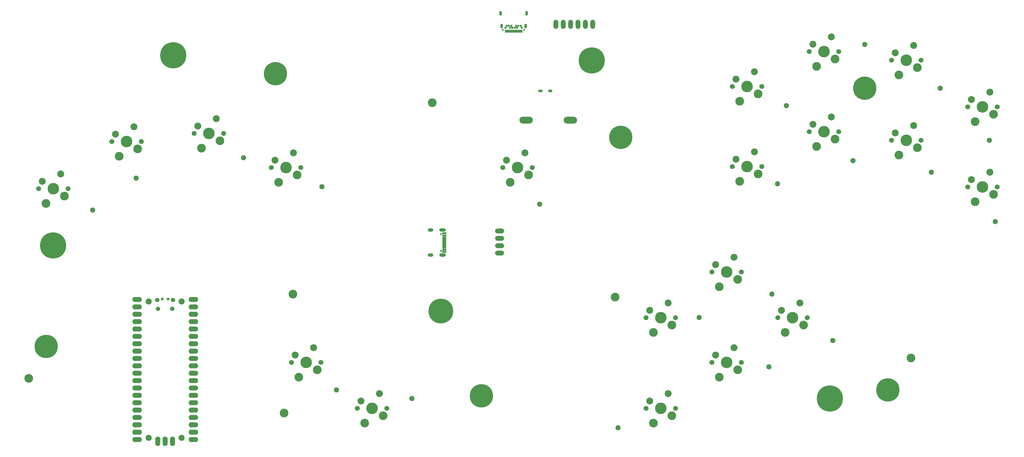
<source format=gbr>
%TF.GenerationSoftware,KiCad,Pcbnew,(6.0.5)*%
%TF.CreationDate,2022-06-18T14:01:59-07:00*%
%TF.ProjectId,OF1 v1,4f463120-7631-42e6-9b69-6361645f7063,rev?*%
%TF.SameCoordinates,Original*%
%TF.FileFunction,Soldermask,Top*%
%TF.FilePolarity,Negative*%
%FSLAX46Y46*%
G04 Gerber Fmt 4.6, Leading zero omitted, Abs format (unit mm)*
G04 Created by KiCad (PCBNEW (6.0.5)) date 2022-06-18 14:01:59*
%MOMM*%
%LPD*%
G01*
G04 APERTURE LIST*
G04 Aperture macros list*
%AMRoundRect*
0 Rectangle with rounded corners*
0 $1 Rounding radius*
0 $2 $3 $4 $5 $6 $7 $8 $9 X,Y pos of 4 corners*
0 Add a 4 corners polygon primitive as box body*
4,1,4,$2,$3,$4,$5,$6,$7,$8,$9,$2,$3,0*
0 Add four circle primitives for the rounded corners*
1,1,$1+$1,$2,$3*
1,1,$1+$1,$4,$5*
1,1,$1+$1,$6,$7*
1,1,$1+$1,$8,$9*
0 Add four rect primitives between the rounded corners*
20,1,$1+$1,$2,$3,$4,$5,0*
20,1,$1+$1,$4,$5,$6,$7,0*
20,1,$1+$1,$6,$7,$8,$9,0*
20,1,$1+$1,$8,$9,$2,$3,0*%
%AMFreePoly0*
4,1,17,0.425901,0.806901,0.806901,0.425901,0.825500,0.381000,0.825500,-0.381000,0.806901,-0.425901,0.425901,-0.806901,0.381000,-0.825500,-0.381000,-0.825500,-0.425901,-0.806901,-0.806901,-0.425901,-0.825500,-0.381000,-0.825500,0.381000,-0.806901,0.425901,-0.425901,0.806901,-0.381000,0.825500,0.381000,0.825500,0.425901,0.806901,0.425901,0.806901,$1*%
G04 Aperture macros list end*
%ADD10O,4.622800X2.374900*%
%ADD11C,0.650000*%
%ADD12O,2.227000X1.127000*%
%ADD13O,1.927000X1.127000*%
%ADD14RoundRect,0.063500X-0.620000X0.300000X-0.620000X-0.300000X0.620000X-0.300000X0.620000X0.300000X0*%
%ADD15RoundRect,0.063500X-0.620000X0.150000X-0.620000X-0.150000X0.620000X-0.150000X0.620000X0.150000X0*%
%ADD16RoundRect,0.063500X-0.150000X-0.450000X0.150000X-0.450000X0.150000X0.450000X-0.150000X0.450000X0*%
%ADD17C,0.777000*%
%ADD18O,0.877000X1.627000*%
%ADD19C,3.000000*%
%ADD20C,8.000000*%
%ADD21C,9.000000*%
%ADD22C,8.500000*%
%ADD23C,2.374900*%
%ADD24C,1.701800*%
%ADD25C,3.987800*%
%ADD26FreePoly0,0.000000*%
%ADD27O,1.651000X3.175000*%
%ADD28C,2.100000*%
%ADD29C,1.500000*%
%ADD30RoundRect,0.063500X-0.400000X-0.400000X0.400000X-0.400000X0.400000X0.400000X-0.400000X0.400000X0*%
%ADD31O,1.727000X3.327000*%
%ADD32O,3.327000X1.727000*%
%ADD33RoundRect,0.063500X0.605000X0.365000X-0.605000X0.365000X-0.605000X-0.365000X0.605000X-0.365000X0*%
%ADD34O,3.175000X1.651000*%
G04 APERTURE END LIST*
D10*
%TO.C,D1*%
X151881100Y-65753600D03*
X167121100Y-65753600D03*
%TD*%
D11*
%TO.C,J5*%
X122579393Y-110861075D03*
X122579393Y-105081075D03*
D12*
X123079393Y-103651075D03*
X123079393Y-112291075D03*
D13*
X118899393Y-103651075D03*
X118899393Y-112291075D03*
D14*
X123699393Y-104771075D03*
X123699393Y-111171075D03*
X123699393Y-105571075D03*
X123699393Y-110371075D03*
D15*
X123699393Y-106221075D03*
X123699393Y-109721075D03*
X123699393Y-106721075D03*
X123699393Y-109221075D03*
X123699393Y-107221075D03*
X123699393Y-108721075D03*
X123699393Y-107721075D03*
X123699393Y-108221075D03*
%TD*%
D11*
%TO.C,J2*%
X151168981Y-34593600D03*
X143818981Y-34593600D03*
D16*
X150318981Y-35153600D03*
X149818981Y-35153600D03*
X149318981Y-35153600D03*
X148818981Y-35153600D03*
X148318981Y-35153600D03*
X147818981Y-35153600D03*
X147318981Y-35153600D03*
X146818981Y-35153600D03*
X146318981Y-35153600D03*
X145818981Y-35153600D03*
X145318981Y-35153600D03*
X144818981Y-35153600D03*
D17*
X144768981Y-33943600D03*
X145168981Y-33243600D03*
X145968981Y-33243600D03*
X146368981Y-33943600D03*
X146768981Y-33243600D03*
X147168981Y-33943600D03*
X147968981Y-33943600D03*
X148368981Y-33243600D03*
X148768981Y-33943600D03*
X149168981Y-33243600D03*
X149968981Y-33243600D03*
X150368981Y-33943600D03*
D18*
X151698981Y-33343600D03*
X143438981Y-33343600D03*
X152058981Y-28953600D03*
X143078981Y-28953600D03*
%TD*%
D19*
%TO.C,@HOLE0*%
X68501100Y-166753600D03*
%TD*%
%TO.C,@HOLE1*%
X284501100Y-147753600D03*
%TD*%
%TO.C,@HOLE2*%
X-19498900Y-154753600D03*
%TD*%
%TO.C,@HOLE3*%
X182501100Y-126753600D03*
%TD*%
D20*
%TO.C,@HOLE4*%
X268501100Y-54753600D03*
%TD*%
%TO.C,@HOLE5*%
X276501100Y-158753600D03*
%TD*%
%TO.C,@HOLE6*%
X-13498900Y-143753600D03*
%TD*%
%TO.C,@HOLE7*%
X65501100Y-49753600D03*
%TD*%
%TO.C,@HOLE8*%
X184501100Y-71753600D03*
%TD*%
%TO.C,@HOLE9*%
X136501100Y-160753600D03*
%TD*%
D19*
%TO.C,@HOLE10*%
X119501100Y-59753600D03*
%TD*%
D21*
%TO.C,@HOLE11*%
X174501100Y-45253600D03*
%TD*%
%TO.C,@HOLE12*%
X-11098900Y-108953600D03*
%TD*%
%TO.C,@HOLE13*%
X30301100Y-43453600D03*
%TD*%
D22*
%TO.C,@HOLE14*%
X122501100Y-131553600D03*
%TD*%
D21*
%TO.C,@HOLE15*%
X256501100Y-161753600D03*
%TD*%
D19*
%TO.C,@HOLE16*%
X71501100Y-125753600D03*
%TD*%
D23*
%TO.C,U$1*%
X-8493900Y-84337600D03*
X-14843900Y-86877600D03*
D24*
X-5953900Y-89417600D03*
X-16113900Y-89417600D03*
D19*
X-13573900Y-94497600D03*
X-7223900Y-91957600D03*
D25*
X-11033900Y-89417600D03*
%TD*%
D23*
%TO.C,U$10*%
X257026100Y-37092600D03*
X250676100Y-39632600D03*
D24*
X259566100Y-42172600D03*
X249406100Y-42172600D03*
D19*
X251946100Y-47252600D03*
X258296100Y-44712600D03*
D25*
X254486100Y-42172600D03*
%TD*%
D23*
%TO.C,U$11*%
X285381100Y-40067600D03*
X279031100Y-42607600D03*
D24*
X287921100Y-45147600D03*
X277761100Y-45147600D03*
D19*
X280301100Y-50227600D03*
X286651100Y-47687600D03*
D25*
X282841100Y-45147600D03*
%TD*%
D23*
%TO.C,U$12*%
X311604100Y-56103600D03*
X305254100Y-58643600D03*
D24*
X314144100Y-61183600D03*
X303984100Y-61183600D03*
D19*
X306524100Y-66263600D03*
X312874100Y-63723600D03*
D25*
X309064100Y-61183600D03*
%TD*%
D23*
%TO.C,U$13*%
X230508100Y-76697600D03*
X224158100Y-79237600D03*
D24*
X233048100Y-81777600D03*
X222888100Y-81777600D03*
D19*
X225428100Y-86857600D03*
X231778100Y-84317600D03*
D25*
X227968100Y-81777600D03*
%TD*%
D23*
%TO.C,U$14*%
X257026100Y-64702600D03*
X250676100Y-67242600D03*
D24*
X259566100Y-69782600D03*
X249406100Y-69782600D03*
D19*
X251946100Y-74862600D03*
X258296100Y-72322600D03*
D25*
X254486100Y-69782600D03*
%TD*%
D23*
%TO.C,U$15*%
X285381100Y-67677600D03*
X279031100Y-70217600D03*
D24*
X287921100Y-72757600D03*
X277761100Y-72757600D03*
D19*
X280301100Y-77837600D03*
X286651100Y-75297600D03*
D25*
X282841100Y-72757600D03*
%TD*%
D23*
%TO.C,U$16*%
X311604100Y-83713600D03*
X305254100Y-86253600D03*
D24*
X314144100Y-88793600D03*
X303984100Y-88793600D03*
D19*
X306524100Y-93873600D03*
X312874100Y-91333600D03*
D25*
X309064100Y-88793600D03*
%TD*%
D23*
%TO.C,U$17*%
X223493100Y-113037600D03*
X217143100Y-115577600D03*
D24*
X226033100Y-118117600D03*
X215873100Y-118117600D03*
D19*
X218413100Y-123197600D03*
X224763100Y-120657600D03*
D25*
X220953100Y-118117600D03*
%TD*%
D23*
%TO.C,U$18*%
X200806100Y-128807600D03*
X194456100Y-131347600D03*
D24*
X203346100Y-133887600D03*
X193186100Y-133887600D03*
D19*
X195726100Y-138967600D03*
X202076100Y-136427600D03*
D25*
X198266100Y-133887600D03*
%TD*%
D23*
%TO.C,U$19*%
X246150100Y-128807600D03*
X239800100Y-131347600D03*
D24*
X248690100Y-133887600D03*
X238530100Y-133887600D03*
D19*
X241070100Y-138967600D03*
X247420100Y-136427600D03*
D25*
X243610100Y-133887600D03*
%TD*%
D23*
%TO.C,U$2*%
X16786100Y-68034600D03*
X10436100Y-70574600D03*
D24*
X19326100Y-73114600D03*
X9166100Y-73114600D03*
D19*
X11706100Y-78194600D03*
X18056100Y-75654600D03*
D25*
X14246100Y-73114600D03*
%TD*%
D23*
%TO.C,U$20*%
X223493100Y-144222600D03*
X217143100Y-146762600D03*
D24*
X226033100Y-149302600D03*
X215873100Y-149302600D03*
D19*
X218413100Y-154382600D03*
X224763100Y-151842600D03*
D25*
X220953100Y-149302600D03*
%TD*%
D23*
%TO.C,U$21*%
X200806100Y-159992600D03*
X194456100Y-162532600D03*
D24*
X203346100Y-165072600D03*
X193186100Y-165072600D03*
D19*
X195726100Y-170152600D03*
X202076100Y-167612600D03*
D25*
X198266100Y-165072600D03*
%TD*%
D23*
%TO.C,U$4*%
X45142100Y-65308600D03*
X38792100Y-67848600D03*
D24*
X47682100Y-70388600D03*
X37522100Y-70388600D03*
D19*
X40062100Y-75468600D03*
X46412100Y-72928600D03*
D25*
X42602100Y-70388600D03*
%TD*%
D23*
%TO.C,U$5*%
X71714100Y-77071600D03*
X65364100Y-79611600D03*
D24*
X74254100Y-82151600D03*
X64094100Y-82151600D03*
D19*
X66634100Y-87231600D03*
X72984100Y-84691600D03*
D25*
X69174100Y-82151600D03*
%TD*%
D23*
%TO.C,U$6*%
X78673100Y-144222600D03*
X72323100Y-146762600D03*
D24*
X81213100Y-149302600D03*
X71053100Y-149302600D03*
D19*
X73593100Y-154382600D03*
X79943100Y-151842600D03*
D25*
X76133100Y-149302600D03*
%TD*%
D23*
%TO.C,U$7*%
X101361100Y-159991600D03*
X95011100Y-162531600D03*
D24*
X103901100Y-165071600D03*
X93741100Y-165071600D03*
D19*
X96281100Y-170151600D03*
X102631100Y-167611600D03*
D25*
X98821100Y-165071600D03*
%TD*%
D23*
%TO.C,U$8*%
X151446100Y-77071600D03*
X145096100Y-79611600D03*
D24*
X153986100Y-82151600D03*
X143826100Y-82151600D03*
D19*
X146366100Y-87231600D03*
X152716100Y-84691600D03*
D25*
X148906100Y-82151600D03*
%TD*%
D23*
%TO.C,U$9*%
X230508100Y-49088600D03*
X224158100Y-51628600D03*
D24*
X233048100Y-54168600D03*
X222888100Y-54168600D03*
D19*
X225428100Y-59248600D03*
X231778100Y-56708600D03*
D25*
X227968100Y-54168600D03*
%TD*%
D26*
%TO.C,JP2*%
X2501100Y-96753600D03*
%TD*%
%TO.C,JP3*%
X17501100Y-85753600D03*
%TD*%
%TO.C,JP4*%
X54501100Y-78753600D03*
%TD*%
%TO.C,JP5*%
X81501100Y-88753600D03*
%TD*%
%TO.C,JP6*%
X86501100Y-158753600D03*
%TD*%
%TO.C,JP7*%
X112501100Y-161753600D03*
%TD*%
%TO.C,JP8*%
X156501100Y-94753600D03*
%TD*%
%TO.C,JP9*%
X241501100Y-60753600D03*
%TD*%
%TO.C,JP10*%
X238501100Y-87753600D03*
%TD*%
%TO.C,JP11*%
X264501100Y-79753600D03*
%TD*%
%TO.C,JP12*%
X268501100Y-39753600D03*
%TD*%
%TO.C,JP13*%
X294501100Y-54753600D03*
%TD*%
%TO.C,JP14*%
X311501100Y-72753600D03*
%TD*%
%TO.C,JP15*%
X313501100Y-100753600D03*
%TD*%
%TO.C,JP16*%
X291501100Y-83753600D03*
%TD*%
%TO.C,JP17*%
X236501100Y-125753600D03*
%TD*%
%TO.C,JP18*%
X211501100Y-133753600D03*
%TD*%
%TO.C,JP19*%
X257501100Y-141753600D03*
%TD*%
%TO.C,JP20*%
X235501100Y-150753600D03*
%TD*%
%TO.C,JP21*%
X183501100Y-171753600D03*
%TD*%
D27*
%TO.C,J3*%
X174851100Y-32753600D03*
X172311100Y-32753600D03*
X169771100Y-32753600D03*
X167231100Y-32753600D03*
X164691100Y-32753600D03*
X162151100Y-32753600D03*
%TD*%
D28*
%TO.C,J1*%
X33201100Y-175253600D03*
X21801100Y-175253600D03*
X33201100Y-128253600D03*
X21801100Y-128253600D03*
D29*
X29926100Y-130783600D03*
X25076100Y-130783600D03*
X30226100Y-127753600D03*
X24776100Y-127753600D03*
D30*
X28501100Y-127453600D03*
X26501100Y-127453600D03*
D31*
X30041100Y-176453600D03*
X27501100Y-176453600D03*
X24961100Y-176453600D03*
D32*
X37191100Y-127623600D03*
X37191100Y-130163600D03*
X37191100Y-132703600D03*
X37191100Y-135243600D03*
X37191100Y-137783600D03*
X37191100Y-140323600D03*
X37191100Y-142863600D03*
X37191100Y-145403600D03*
X37191100Y-147943600D03*
X37191100Y-150483600D03*
X37191100Y-153023600D03*
X37191100Y-155563600D03*
X37191100Y-158103600D03*
X37191100Y-160643600D03*
X37191100Y-163183600D03*
X37191100Y-165723600D03*
X37191100Y-168263600D03*
X37191100Y-170803600D03*
X37191100Y-173343600D03*
X37191100Y-175883600D03*
X17811100Y-175883600D03*
X17811100Y-173343600D03*
X17811100Y-170803600D03*
X17811100Y-168263600D03*
X17811100Y-165723600D03*
X17811100Y-163183600D03*
X17811100Y-160643600D03*
X17811100Y-158103600D03*
X17811100Y-155563600D03*
X17811100Y-153023600D03*
X17811100Y-150483600D03*
X17811100Y-147943600D03*
X17811100Y-145403600D03*
X17811100Y-142863600D03*
X17811100Y-140323600D03*
X17811100Y-137783600D03*
X17811100Y-135243600D03*
X17811100Y-132703600D03*
X17811100Y-130163600D03*
X17811100Y-127623600D03*
%TD*%
D33*
%TO.C,D2*%
X156821100Y-55753600D03*
X160181100Y-55753600D03*
%TD*%
D34*
%TO.C,J4*%
X142745065Y-103943600D03*
X142745065Y-106483600D03*
X142745065Y-109023600D03*
X142745065Y-111563600D03*
%TD*%
M02*

</source>
